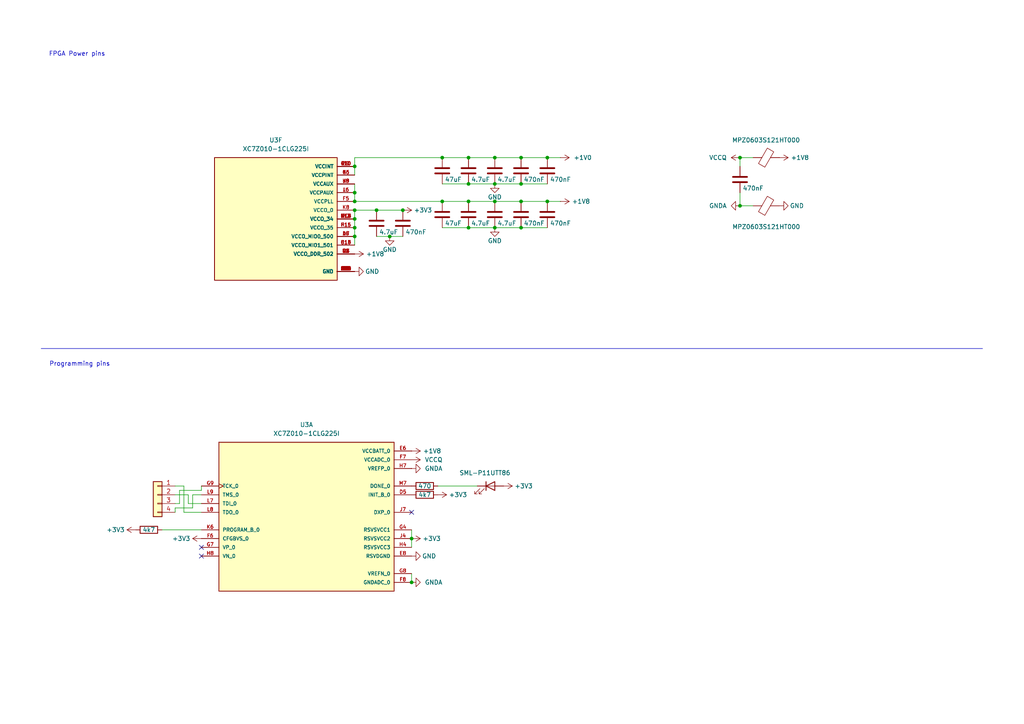
<source format=kicad_sch>
(kicad_sch (version 20231120) (generator "eeschema") (generator_version "8.0")
  (paper "A4")
  (lib_symbols
    (symbol "Connector_Generic:Conn_01x04" (pin_names (offset 1.016) hide)
      (property "Reference" "J" (at 0 5.08 0))
      (property "Value" "Conn_01x04" (at 0 -7.62 0))
      (symbol "Conn_01x04_1_1"
        (rectangle (start -1.27 -4.953) (end 0 -5.207) (stroke (width 0.1524)))
        (rectangle (start -1.27 -2.413) (end 0 -2.667) (stroke (width 0.1524)))
        (rectangle (start -1.27 0.127) (end 0 -0.127) (stroke (width 0.1524)))
        (rectangle (start -1.27 2.667) (end 0 2.413) (stroke (width 0.1524)))
        (rectangle (start -1.27 3.81) (end 1.27 -6.35) (stroke (width 0.254)) (fill (type background)))
        (pin passive line (at -5.08 2.54 0) (length 3.81) (name "Pin_1") (number "1"))
        (pin passive line (at -5.08 0 0) (length 3.81) (name "Pin_2") (number "2"))
        (pin passive line (at -5.08 -2.54 0) (length 3.81) (name "Pin_3") (number "3"))
        (pin passive line (at -5.08 -5.08 0) (length 3.81) (name "Pin_4") (number "4"))
      )
    )
    (symbol "Device:C" (pin_numbers hide) (pin_names (offset 0.254))
      (property "Reference" "C" (at 0.635 2.54 0))
      (property "Value" "C" (at 0.635 -2.54 0))
      (symbol "C_0_1"
        (polyline (pts (xy -2.032 -0.762) (xy 2.032 -0.762)) (stroke (width 0.508)))
        (polyline (pts (xy -2.032 0.762) (xy 2.032 0.762)) (stroke (width 0.508)))
      )
      (symbol "C_1_1"
        (pin passive line (at 0 3.81 270) (length 2.794) (name "~") (number "1"))
        (pin passive line (at 0 -3.81 90) (length 2.794) (name "~") (number "2"))
      )
    )
    (symbol "Device:FerriteBead" (pin_numbers hide) (pin_names (offset 0))
      (property "Reference" "FB" (at -3.81 0.635 90))
      (property "Value" "FerriteBead" (at 3.81 0 90))
      (symbol "FerriteBead_0_1"
        (polyline (pts (xy 0 -1.27) (xy 0 -1.2192)))
        (polyline (pts (xy 0 1.27) (xy 0 1.2954)))
        (polyline (pts (xy -2.7686 0.4064) (xy -1.7018 2.2606) (xy 2.7686 -0.3048) (xy 1.6764 -2.159) (xy -2.7686 0.4064)))
      )
      (symbol "FerriteBead_1_1"
        (pin passive line (at 0 3.81 270) (length 2.54) (name "~") (number "1"))
        (pin passive line (at 0 -3.81 90) (length 2.54) (name "~") (number "2"))
      )
    )
    (symbol "Device:LED" (pin_numbers hide) (pin_names (offset 1.016) hide)
      (property "Reference" "D" (at 0 2.54 0))
      (property "Value" "LED" (at 0 -2.54 0))
      (symbol "LED_0_1"
        (polyline (pts (xy -1.27 -1.27) (xy -1.27 1.27)) (stroke (width 0.254)))
        (polyline (pts (xy -1.27 0) (xy 1.27 0)))
        (polyline (pts (xy 1.27 -1.27) (xy 1.27 1.27) (xy -1.27 0) (xy 1.27 -1.27)) (stroke (width 0.254)))
        (polyline (pts (xy -3.048 -0.762) (xy -4.572 -2.286) (xy -3.81 -2.286) (xy -4.572 -2.286) (xy -4.572 -1.524)))
        (polyline (pts (xy -1.778 -0.762) (xy -3.302 -2.286) (xy -2.54 -2.286) (xy -3.302 -2.286) (xy -3.302 -1.524)))
      )
      (symbol "LED_1_1"
        (pin passive line (at -3.81 0 0) (length 2.54) (name "K") (number "1"))
        (pin passive line (at 3.81 0 180) (length 2.54) (name "A") (number "2"))
      )
    )
    (symbol "Device:R" (pin_numbers hide) (pin_names (offset 0))
      (property "Reference" "R" (at 2.032 0 90))
      (property "Value" "R" (at 0 0 90))
      (symbol "R_0_1"
        (rectangle (start -1.016 -2.54) (end 1.016 2.54) (stroke (width 0.254)))
      )
      (symbol "R_1_1"
        (pin passive line (at 0 3.81 270) (length 1.27) (name "~") (number "1"))
        (pin passive line (at 0 -3.81 90) (length 1.27) (name "~") (number "2"))
      )
    )
    (symbol "ESP32-PRO_Rev_B1:GND" (power) (pin_names (offset 0))
      (property "Value" "GND" (at 0 -3.81 0))
      (symbol "GND_0_1"
        (polyline (pts (xy 0 0) (xy 0 -1.27) (xy 1.27 -1.27) (xy 0 -2.54) (xy -1.27 -1.27) (xy 0 -1.27)))
      )
      (symbol "GND_1_1"
        (pin power_in line (at 0 0 270) (length 0) hide (name "GND") (number "1"))
      )
    )
    (symbol "Personal:XC7Z010-1CLG225I" (pin_names (offset 1.016))
      (property "Reference" "U" (at -25.5456 24.8201 0))
      (property "Value" "XC7Z010-1CLG225I" (at -25.5473 -24.1252 0))
      (symbol "XC7Z010-1CLG225I_1_0"
        (rectangle (start -25.4 -20.32) (end 25.4 22.86) (stroke (width 0.254)) (fill (type background)))
        (pin bidirectional line (at 30.48 7.62 180) (length 5.08) (name "INIT_B_0") (number "D5"))
        (pin power_in line (at 30.48 20.32 180) (length 5.08) (name "VCCBATT_0") (number "E6"))
        (pin passive line (at 30.48 -10.16 180) (length 5.08) (name "RSVDGND") (number "E8"))
        (pin input line (at -30.48 -5.08 0) (length 5.08) (name "CFGBVS_0") (number "F6"))
        (pin power_in line (at 30.48 17.78 180) (length 5.08) (name "VCCADC_0") (number "F7"))
        (pin power_in line (at 30.48 -17.78 180) (length 5.08) (name "GNDADC_0") (number "F8"))
        (pin passive line (at 30.48 -2.54 180) (length 5.08) (name "RSVSVCC1") (number "G4"))
        (pin input line (at -30.48 -7.62 0) (length 5.08) (name "VP_0") (number "G7"))
        (pin power_in line (at 30.48 -15.24 180) (length 5.08) (name "VREFN_0") (number "G8"))
        (pin input clock (at -30.48 10.16 0) (length 5.08) (name "TCK_0") (number "G9"))
        (pin passive line (at 30.48 -7.62 180) (length 5.08) (name "RSVSVCC3") (number "H4"))
        (pin power_in line (at 30.48 15.24 180) (length 5.08) (name "VREFP_0") (number "H7"))
        (pin input line (at -30.48 -10.16 0) (length 5.08) (name "VN_0") (number "H8"))
        (pin passive line (at 30.48 -5.08 180) (length 5.08) (name "RSVSVCC2") (number "J4"))
        (pin output line (at 30.48 2.54 180) (length 5.08) (name "DXP_0") (number "J7"))
        (pin input line (at -30.48 -2.54 0) (length 5.08) (name "PROGRAM_B_0") (number "K6"))
        (pin input line (at -30.48 5.08 0) (length 5.08) (name "TDI_0") (number "L7"))
        (pin output line (at -30.48 2.54 0) (length 5.08) (name "TDO_0") (number "L8"))
        (pin input line (at -30.48 7.62 0) (length 5.08) (name "TMS_0") (number "L9"))
        (pin bidirectional line (at 30.48 10.16 180) (length 5.08) (name "DONE_0") (number "M7"))
      )
      (symbol "XC7Z010-1CLG225I_2_0"
        (rectangle (start -27.94 -30.48) (end 27.94 33.02) (stroke (width 0.254)) (fill (type background)))
        (pin bidirectional line (at -33.02 30.48 0) (length 5.08) (name "IO_L1P_T0_34") (number "G11"))
        (pin bidirectional line (at -33.02 25.4 0) (length 5.08) (name "IO_L2P_T0_34") (number "G12"))
        (pin bidirectional line (at -33.02 20.32 0) (length 5.08) (name "IO_L3P_T0_DQS_PUDC_B_34") (number "G14"))
        (pin bidirectional line (at -33.02 5.08 0) (length 5.08) (name "IO_L6P_T0_34") (number "H11"))
        (pin bidirectional line (at -33.02 27.94 0) (length 5.08) (name "IO_L1N_T0_34") (number "H12"))
        (pin bidirectional line (at -33.02 22.86 0) (length 5.08) (name "IO_L2N_T0_34") (number "H13"))
        (pin bidirectional line (at -33.02 17.78 0) (length 5.08) (name "IO_L3N_T0_DQS_34") (number "H14"))
        (pin bidirectional line (at -33.02 2.54 0) (length 5.08) (name "IO_L6N_T0_VREF_34") (number "J11"))
        (pin bidirectional line (at -33.02 10.16 0) (length 5.08) (name "IO_L5P_T0_34") (number "J13"))
        (pin bidirectional line (at -33.02 7.62 0) (length 5.08) (name "IO_L5N_T0_34") (number "J14"))
        (pin bidirectional line (at -33.02 15.24 0) (length 5.08) (name "IO_L4P_T0_34") (number "J15"))
        (pin bidirectional line (at -33.02 -20.32 0) (length 5.08) (name "IO_L11P_T1_SRCC_34") (number "K11"))
        (pin bidirectional line (at -33.02 -22.86 0) (length 5.08) (name "IO_L11N_T1_SRCC_34") (number "K12"))
        (pin bidirectional line (at -33.02 -15.24 0) (length 5.08) (name "IO_L10P_T1_34") (number "K13"))
        (pin bidirectional line (at -33.02 12.7 0) (length 5.08) (name "IO_L4N_T0_34") (number "K15"))
        (pin bidirectional line (at -33.02 -25.4 0) (length 5.08) (name "IO_L12P_T1_MRCC_34") (number "L12"))
        (pin bidirectional line (at -33.02 -17.78 0) (length 5.08) (name "IO_L10N_T1_34") (number "L13"))
        (pin bidirectional line (at -33.02 -10.16 0) (length 5.08) (name "IO_L9P_T1_DQS_34") (number "L14"))
        (pin bidirectional line (at -33.02 -5.08 0) (length 5.08) (name "IO_L8P_T1_34") (number "L15"))
        (pin bidirectional line (at 33.02 -5.08 180) (length 5.08) (name "IO_L21P_T3_DQS_34") (number "M10"))
        (pin bidirectional line (at 33.02 -7.62 180) (length 5.08) (name "IO_L21N_T3_DQS_34") (number "M11"))
        (pin bidirectional line (at -33.02 -27.94 0) (length 5.08) (name "IO_L12N_T1_MRCC_34") (number "M12"))
        (pin bidirectional line (at -33.02 -12.7 0) (length 5.08) (name "IO_L9N_T1_DQS_34") (number "M14"))
        (pin bidirectional line (at -33.02 -7.62 0) (length 5.08) (name "IO_L8N_T1_34") (number "M15"))
        (pin bidirectional line (at 33.02 5.08 180) (length 5.08) (name "IO_L19P_T3_34") (number "M9"))
        (pin bidirectional line (at 33.02 30.48 180) (length 5.08) (name "IO_L13P_T2_MRCC_34") (number "N11"))
        (pin bidirectional line (at 33.02 27.94 180) (length 5.08) (name "IO_L13N_T2_MRCC_34") (number "N12"))
        (pin bidirectional line (at -33.02 0 0) (length 5.08) (name "IO_L7P_T1_34") (number "N13"))
        (pin bidirectional line (at -33.02 -2.54 0) (length 5.08) (name "IO_L7N_T1_34") (number "N14"))
        (pin bidirectional line (at 33.02 -10.16 180) (length 5.08) (name "IO_L22P_T3_34") (number "N7"))
        (pin bidirectional line (at 33.02 -12.7 180) (length 5.08) (name "IO_L22N_T3_34") (number "N8"))
        (pin bidirectional line (at 33.02 2.54 180) (length 5.08) (name "IO_L19N_T3_VREF_34") (number "N9"))
        (pin bidirectional line (at 33.02 -20.32 180) (length 5.08) (name "IO_L24P_T3_34") (number "P10"))
        (pin bidirectional line (at 33.02 20.32 180) (length 5.08) (name "IO_L16P_T2_34") (number "P11"))
        (pin bidirectional line (at 33.02 10.16 180) (length 5.08) (name "IO_L18P_T2_34") (number "P13"))
        (pin bidirectional line (at 33.02 7.62 180) (length 5.08) (name "IO_L18N_T2_34") (number "P14"))
        (pin bidirectional line (at 33.02 25.4 180) (length 5.08) (name "IO_L15P_T2_DQS_34") (number "P15"))
        (pin bidirectional line (at 33.02 -15.24 180) (length 5.08) (name "IO_L23P_T3_34") (number "P8"))
        (pin bidirectional line (at 33.02 -17.78 180) (length 5.08) (name "IO_L23N_T3_34") (number "P9"))
        (pin bidirectional line (at 33.02 -22.86 180) (length 5.08) (name "IO_L24N_T3_34") (number "R10"))
        (pin bidirectional line (at 33.02 17.78 180) (length 5.08) (name "IO_L16N_T2_34") (number "R11"))
        (pin bidirectional line (at 33.02 15.24 180) (length 5.08) (name "IO_L17P_T2_34") (number "R12"))
        (pin bidirectional line (at 33.02 12.7 180) (length 5.08) (name "IO_L17N_T2_34") (number "R13"))
        (pin bidirectional line (at 33.02 22.86 180) (length 5.08) (name "IO_L15N_T2_DQS_34") (number "R15"))
        (pin bidirectional line (at 33.02 0 180) (length 5.08) (name "IO_L20P_T3_34") (number "R7"))
        (pin bidirectional line (at 33.02 -2.54 180) (length 5.08) (name "IO_L20N_T3_34") (number "R8"))
      )
      (symbol "XC7Z010-1CLG225I_3_0"
        (rectangle (start -22.86 -10.16) (end 22.86 12.7) (stroke (width 0.254)) (fill (type background)))
        (pin bidirectional line (at -27.94 5.08 0) (length 5.08) (name "IO_L2P_T0_AD8P_35") (number "E11"))
        (pin bidirectional line (at -27.94 2.54 0) (length 5.08) (name "IO_L2N_T0_AD8N_35") (number "E12"))
        (pin bidirectional line (at -27.94 7.62 0) (length 5.08) (name "IO_L1N_T0_AD0N_35") (number "E13"))
        (pin bidirectional line (at -27.94 10.16 0) (length 5.08) (name "IO_L1P_T0_AD0P_35") (number "F12"))
        (pin bidirectional line (at -27.94 0 0) (length 5.08) (name "IO_L3P_T0_DQS_AD1P_35") (number "F13"))
        (pin bidirectional line (at -27.94 -2.54 0) (length 5.08) (name "IO_L3N_T0_DQS_AD1N_35") (number "F14"))
        (pin bidirectional line (at -27.94 -7.62 0) (length 5.08) (name "IO_L5N_T0_AD9N_35") (number "F15"))
        (pin bidirectional line (at -27.94 -5.08 0) (length 5.08) (name "IO_L5P_T0_AD9P_35") (number "G15"))
      )
      (symbol "XC7Z010-1CLG225I_4_0"
        (rectangle (start -22.86 -25.4) (end 22.86 25.4) (stroke (width 0.254)) (fill (type background)))
        (pin bidirectional line (at -27.94 0 0) (length 5.08) (name "PS_MIO6_500") (number "A10"))
        (pin bidirectional line (at 27.94 -20.32 180) (length 5.08) (name "PS_MIO52_501") (number "A12"))
        (pin bidirectional line (at 27.94 -10.16 180) (length 5.08) (name "PS_MIO38_501") (number "A13"))
        (pin bidirectional line (at 27.94 -2.54 180) (length 5.08) (name "PS_MIO35_501") (number "A14"))
        (pin bidirectional line (at 27.94 15.24 180) (length 5.08) (name "PS_MIO28_501") (number "A15"))
        (pin bidirectional line (at -27.94 12.7 0) (length 5.08) (name "PS_MIO1_500") (number "A5"))
        (pin bidirectional line (at -27.94 7.62 0) (length 5.08) (name "PS_MIO3_500") (number "A7"))
        (pin bidirectional line (at -27.94 10.16 0) (length 5.08) (name "PS_MIO2_500") (number "A8"))
        (pin bidirectional line (at -27.94 2.54 0) (length 5.08) (name "PS_MIO5_500") (number "A9"))
        (pin bidirectional line (at -27.94 -12.7 0) (length 5.08) (name "PS_MIO11_500") (number "B10"))
        (pin input line (at 27.94 20.32 180) (length 5.08) (name "PS_SRST_B_501") (number "B11"))
        (pin bidirectional line (at 27.94 -15.24 180) (length 5.08) (name "PS_MIO48_501") (number "B12"))
        (pin bidirectional line (at 27.94 -5.08 180) (length 5.08) (name "PS_MIO36_501") (number "B14"))
        (pin bidirectional line (at 27.94 10.16 180) (length 5.08) (name "PS_MIO30_501") (number "B15"))
        (pin bidirectional line (at -27.94 -7.62 0) (length 5.08) (name "PS_MIO9_500") (number "B5"))
        (pin bidirectional line (at -27.94 -5.08 0) (length 5.08) (name "PS_MIO8_500") (number "B6"))
        (pin bidirectional line (at -27.94 -15.24 0) (length 5.08) (name "PS_MIO12_500") (number "B7"))
        (pin bidirectional line (at -27.94 -20.32 0) (length 5.08) (name "PS_MIO14_500") (number "B9"))
        (pin bidirectional line (at 27.94 2.54 180) (length 5.08) (name "PS_MIO33_501") (number "C11"))
        (pin bidirectional line (at 27.94 7.62 180) (length 5.08) (name "PS_MIO31_501") (number "C12"))
        (pin bidirectional line (at 27.94 -22.86 180) (length 5.08) (name "PS_MIO53_501") (number "C13"))
        (pin bidirectional line (at 27.94 -7.62 180) (length 5.08) (name "PS_MIO37_501") (number "C14"))
        (pin bidirectional line (at -27.94 -17.78 0) (length 5.08) (name "PS_MIO13_500") (number "C6"))
        (pin input clock (at -27.94 22.86 0) (length 5.08) (name "PS_CLK_500") (number "C7"))
        (pin bidirectional line (at -27.94 5.08 0) (length 5.08) (name "PS_MIO4_500") (number "C8"))
        (pin input line (at -27.94 20.32 0) (length 5.08) (name "PS_POR_B_500") (number "C9"))
        (pin bidirectional line (at -27.94 -22.86 0) (length 5.08) (name "PS_MIO15_500") (number "D10"))
        (pin bidirectional line (at 27.94 12.7 180) (length 5.08) (name "PS_MIO29_501") (number "D11"))
        (pin bidirectional line (at 27.94 -17.78 180) (length 5.08) (name "PS_MIO49_501") (number "D13"))
        (pin bidirectional line (at 27.94 -12.7 180) (length 5.08) (name "PS_MIO39_501") (number "D14"))
        (pin bidirectional line (at 27.94 0 180) (length 5.08) (name "PS_MIO34_501") (number "D15"))
        (pin bidirectional line (at -27.94 -10.16 0) (length 5.08) (name "PS_MIO10_500") (number "D6"))
        (pin bidirectional line (at -27.94 15.24 0) (length 5.08) (name "PS_MIO0_500") (number "D8"))
        (pin bidirectional line (at -27.94 -2.54 0) (length 5.08) (name "PS_MIO7_500") (number "D9"))
        (pin bidirectional line (at 27.94 5.08 180) (length 5.08) (name "PS_MIO32_501") (number "E15"))
      )
      (symbol "XC7Z010-1CLG225I_5_0"
        (rectangle (start -27.94 -43.18) (end 27.94 43.18) (stroke (width 0.254)) (fill (type background)))
        (pin bidirectional line (at -33.02 38.1 0) (length 5.08) (name "PS_DDR_DQ1_502") (number "A2"))
        (pin bidirectional line (at -33.02 22.86 0) (length 5.08) (name "PS_DDR_DQ7_502") (number "A3"))
        (pin bidirectional line (at -33.02 27.94 0) (length 5.08) (name "PS_DDR_DQ5_502") (number "A4"))
        (pin output line (at 33.02 -2.54 180) (length 5.08) (name "PS_DDR_DM0_502") (number "B1"))
        (pin bidirectional line (at -33.02 -2.54 0) (length 5.08) (name "PS_DDR_DQS_N0_502") (number "B2"))
        (pin bidirectional line (at -33.02 30.48 0) (length 5.08) (name "PS_DDR_DQ4_502") (number "B4"))
        (pin bidirectional line (at -33.02 33.02 0) (length 5.08) (name "PS_DDR_DQ3_502") (number "C1"))
        (pin bidirectional line (at -33.02 0 0) (length 5.08) (name "PS_DDR_DQS_P0_502") (number "C2"))
        (pin bidirectional line (at -33.02 25.4 0) (length 5.08) (name "PS_DDR_DQ6_502") (number "C3"))
        (pin bidirectional line (at -33.02 35.56 0) (length 5.08) (name "PS_DDR_DQ2_502") (number "C4"))
        (pin bidirectional line (at -33.02 17.78 0) (length 5.08) (name "PS_DDR_DQ9_502") (number "D1"))
        (pin output line (at 33.02 -5.08 180) (length 5.08) (name "PS_DDR_DM1_502") (number "D3"))
        (pin bidirectional line (at -33.02 40.64 0) (length 5.08) (name "PS_DDR_DQ0_502") (number "D4"))
        (pin bidirectional line (at -33.02 20.32 0) (length 5.08) (name "PS_DDR_DQ8_502") (number "E1"))
        (pin bidirectional line (at -33.02 15.24 0) (length 5.08) (name "PS_DDR_DQ10_502") (number "E2"))
        (pin bidirectional line (at -33.02 12.7 0) (length 5.08) (name "PS_DDR_DQ11_502") (number "E3"))
        (pin bidirectional line (at -33.02 -7.62 0) (length 5.08) (name "PS_DDR_DQS_N1_502") (number "F2"))
        (pin bidirectional line (at -33.02 10.16 0) (length 5.08) (name "PS_DDR_DQ12_502") (number "F3"))
        (pin power_in line (at 33.02 40.64 180) (length 5.08) (name "PS_DDR_VREF0_502") (number "F4"))
        (pin bidirectional line (at -33.02 7.62 0) (length 5.08) (name "PS_DDR_DQ13_502") (number "G1"))
        (pin bidirectional line (at -33.02 -5.08 0) (length 5.08) (name "PS_DDR_DQS_P1_502") (number "G2"))
        (pin bidirectional line (at -33.02 5.08 0) (length 5.08) (name "PS_DDR_DQ14_502") (number "H1"))
        (pin bidirectional line (at -33.02 2.54 0) (length 5.08) (name "PS_DDR_DQ15_502") (number "H2"))
        (pin output line (at 33.02 -38.1 180) (length 5.08) (name "PS_DDR_VRP_502") (number "H3"))
        (pin output line (at 33.02 10.16 180) (length 5.08) (name "PS_DDR_A10_502") (number "J1"))
        (pin output line (at 33.02 -40.64 180) (length 5.08) (name "PS_DDR_VRN_502") (number "J3"))
        (pin output line (at 33.02 0 180) (length 5.08) (name "PS_DDR_A14_502") (number "K1"))
        (pin output line (at 33.02 2.54 180) (length 5.08) (name "PS_DDR_A13_502") (number "K2"))
        (pin output line (at 33.02 -25.4 180) (length 5.08) (name "PS_DDR_ODT_502") (number "K3"))
        (pin output line (at 33.02 7.62 180) (length 5.08) (name "PS_DDR_A11_502") (number "L2"))
        (pin output line (at 33.02 -20.32 180) (length 5.08) (name "PS_DDR_CKE_502") (number "L3"))
        (pin output line (at 33.02 -22.86 180) (length 5.08) (name "PS_DDR_DRST_B_502") (number "L4"))
        (pin output line (at 33.02 30.48 180) (length 5.08) (name "PS_DDR_A2_502") (number "M1"))
        (pin output line (at 33.02 5.08 180) (length 5.08) (name "PS_DDR_A12_502") (number "M2"))
        (pin output line (at 33.02 27.94 180) (length 5.08) (name "PS_DDR_A3_502") (number "M4"))
        (pin output line (at 33.02 17.78 180) (length 5.08) (name "PS_DDR_A7_502") (number "M5"))
        (pin output line (at 33.02 -7.62 180) (length 5.08) (name "PS_DDR_BA0_502") (number "M6"))
        (pin output line (at 33.02 33.02 180) (length 5.08) (name "PS_DDR_A1_502") (number "N1"))
        (pin output clock (at 33.02 -17.78 180) (length 5.08) (name "PS_DDR_CKN_502") (number "N2"))
        (pin output clock (at 33.02 -15.24 180) (length 5.08) (name "PS_DDR_CKP_502") (number "N3"))
        (pin output line (at 33.02 12.7 180) (length 5.08) (name "PS_DDR_A9_502") (number "N4"))
        (pin output line (at 33.02 -12.7 180) (length 5.08) (name "PS_DDR_BA2_502") (number "N6"))
        (pin output line (at 33.02 35.56 180) (length 5.08) (name "PS_DDR_A0_502") (number "P1"))
        (pin output line (at 33.02 25.4 180) (length 5.08) (name "PS_DDR_A4_502") (number "P3"))
        (pin output line (at 33.02 22.86 180) (length 5.08) (name "PS_DDR_A5_502") (number "P4"))
        (pin output line (at 33.02 20.32 180) (length 5.08) (name "PS_DDR_A6_502") (number "P5"))
        (pin output line (at 33.02 15.24 180) (length 5.08) (name "PS_DDR_A8_502") (number "P6"))
        (pin output line (at 33.02 -10.16 180) (length 5.08) (name "PS_DDR_BA1_502") (number "R1"))
        (pin output line (at 33.02 -27.94 180) (length 5.08) (name "PS_DDR_CS_B_502") (number "R2"))
        (pin output line (at 33.02 -30.48 180) (length 5.08) (name "PS_DDR_WE_B_502") (number "R3"))
        (pin output line (at 33.02 -33.02 180) (length 5.08) (name "PS_DDR_CAS_B_502") (number "R5"))
        (pin output line (at 33.02 -35.56 180) (length 5.08) (name "PS_DDR_RAS_B_502") (number "R6"))
      )
      (symbol "XC7Z010-1CLG225I_6_0"
        (rectangle (start -17.78 -17.78) (end 17.78 17.78) (stroke (width 0.254)) (fill (type background)))
        (pin power_in line (at 22.86 -15.24 180) (length 5.08) (name "GND") (number "A1"))
        (pin power_in line (at 22.86 -15.24 180) (length 5.08) (name "GND") (number "A11"))
        (pin power_in line (at 22.86 -5.08 180) (length 5.08) (name "VCCO_MIO0_500") (number "A6"))
        (pin power_in line (at 22.86 -7.62 180) (length 5.08) (name "VCCO_MIO1_501") (number "B13"))
        (pin power_in line (at 22.86 -10.16 180) (length 5.08) (name "VCCO_DDR_502") (number "B3"))
        (pin power_in line (at 22.86 -15.24 180) (length 5.08) (name "GND") (number "B8"))
        (pin power_in line (at 22.86 -7.62 180) (length 5.08) (name "VCCO_MIO1_501") (number "C10"))
        (pin power_in line (at 22.86 -15.24 180) (length 5.08) (name "GND") (number "C15"))
        (pin power_in line (at 22.86 -15.24 180) (length 5.08) (name "GND") (number "C5"))
        (pin power_in line (at 22.86 -15.24 180) (length 5.08) (name "GND") (number "D12"))
        (pin power_in line (at 22.86 -15.24 180) (length 5.08) (name "GND") (number "D2"))
        (pin power_in line (at 22.86 -5.08 180) (length 5.08) (name "VCCO_MIO0_500") (number "D7"))
        (pin power_in line (at 22.86 15.24 180) (length 5.08) (name "VCCINT") (number "E10"))
        (pin power_in line (at 22.86 -7.62 180) (length 5.08) (name "VCCO_MIO1_501") (number "E14"))
        (pin power_in line (at 22.86 -10.16 180) (length 5.08) (name "VCCO_DDR_502") (number "E4"))
        (pin power_in line (at 22.86 -15.24 180) (length 5.08) (name "GND") (number "E5"))
        (pin power_in line (at 22.86 -15.24 180) (length 5.08) (name "GND") (number "E7"))
        (pin power_in line (at 22.86 -15.24 180) (length 5.08) (name "GND") (number "E9"))
        (pin power_in line (at 22.86 -10.16 180) (length 5.08) (name "VCCO_DDR_502") (number "F1"))
        (pin power_in line (at 22.86 -15.24 180) (length 5.08) (name "GND") (number "F10"))
        (pin power_in line (at 22.86 -2.54 180) (length 5.08) (name "VCCO_35") (number "F11"))
        (pin power_in line (at 22.86 5.08 180) (length 5.08) (name "VCCPLL") (number "F5"))
        (pin power_in line (at 22.86 15.24 180) (length 5.08) (name "VCCINT") (number "F9"))
        (pin power_in line (at 22.86 15.24 180) (length 5.08) (name "VCCINT") (number "G10"))
        (pin power_in line (at 22.86 -15.24 180) (length 5.08) (name "GND") (number "G13"))
        (pin power_in line (at 22.86 -15.24 180) (length 5.08) (name "GND") (number "G3"))
        (pin power_in line (at 22.86 -15.24 180) (length 5.08) (name "GND") (number "G5"))
        (pin power_in line (at 22.86 12.7 180) (length 5.08) (name "VCCPINT") (number "G6"))
        (pin power_in line (at 22.86 -15.24 180) (length 5.08) (name "GND") (number "H10"))
        (pin power_in line (at 22.86 -2.54 180) (length 5.08) (name "VCCO_35") (number "H15"))
        (pin power_in line (at 22.86 12.7 180) (length 5.08) (name "VCCPINT") (number "H5"))
        (pin power_in line (at 22.86 -15.24 180) (length 5.08) (name "GND") (number "H6"))
        (pin power_in line (at 22.86 10.16 180) (length 5.08) (name "VCCAUX") (number "H9"))
        (pin power_in line (at 22.86 15.24 180) (length 5.08) (name "VCCINT") (number "J10"))
        (pin power_in line (at 22.86 0 180) (length 5.08) (name "VCCO_34") (number "J12"))
        (pin power_in line (at 22.86 -10.16 180) (length 5.08) (name "VCCO_DDR_502") (number "J2"))
        (pin power_in line (at 22.86 -15.24 180) (length 5.08) (name "GND") (number "J5"))
        (pin power_in line (at 22.86 7.62 180) (length 5.08) (name "VCCPAUX") (number "J6"))
        (pin power_in line (at 22.86 10.16 180) (length 5.08) (name "VCCAUX") (number "J8"))
        (pin power_in line (at 22.86 -15.24 180) (length 5.08) (name "GND") (number "J9"))
        (pin power_in line (at 22.86 -15.24 180) (length 5.08) (name "GND") (number "K10"))
        (pin power_in line (at 22.86 -15.24 180) (length 5.08) (name "GND") (number "K14"))
        (pin power_in line (at 22.86 -15.24 180) (length 5.08) (name "GND") (number "K4"))
        (pin power_in line (at 22.86 12.7 180) (length 5.08) (name "VCCPINT") (number "K5"))
        (pin power_in line (at 22.86 -15.24 180) (length 5.08) (name "GND") (number "K7"))
        (pin power_in line (at 22.86 2.54 180) (length 5.08) (name "VCCO_0") (number "K8"))
        (pin power_in line (at 22.86 10.16 180) (length 5.08) (name "VCCAUX") (number "K9"))
        (pin power_in line (at 22.86 -15.24 180) (length 5.08) (name "GND") (number "L1"))
        (pin power_in line (at 22.86 15.24 180) (length 5.08) (name "VCCINT") (number "L10"))
        (pin power_in line (at 22.86 -15.24 180) (length 5.08) (name "GND") (number "L11"))
        (pin power_in line (at 22.86 -15.24 180) (length 5.08) (name "GND") (number "L5"))
        (pin power_in line (at 22.86 7.62 180) (length 5.08) (name "VCCPAUX") (number "L6"))
        (pin power_in line (at 22.86 0 180) (length 5.08) (name "VCCO_34") (number "M13"))
        (pin power_in line (at 22.86 -10.16 180) (length 5.08) (name "VCCO_DDR_502") (number "M3"))
        (pin power_in line (at 22.86 -15.24 180) (length 5.08) (name "GND") (number "M8"))
        (pin power_in line (at 22.86 0 180) (length 5.08) (name "VCCO_34") (number "N10"))
        (pin power_in line (at 22.86 -15.24 180) (length 5.08) (name "GND") (number "N15"))
        (pin power_in line (at 22.86 -15.24 180) (length 5.08) (name "GND") (number "N5"))
        (pin power_in line (at 22.86 -15.24 180) (length 5.08) (name "GND") (number "P12"))
        (pin power_in line (at 22.86 -15.24 180) (length 5.08) (name "GND") (number "P2"))
        (pin power_in line (at 22.86 0 180) (length 5.08) (name "VCCO_34") (number "P7"))
        (pin power_in line (at 22.86 0 180) (length 5.08) (name "VCCO_34") (number "R14"))
        (pin power_in line (at 22.86 -10.16 180) (length 5.08) (name "VCCO_DDR_502") (number "R4"))
        (pin power_in line (at 22.86 -15.24 180) (length 5.08) (name "GND") (number "R9"))
      )
    )
    (symbol "power:+1V0" (power) (pin_numbers hide) (pin_names (offset 0) hide)
      (property "Value" "+1V0" (at 0 3.556 0))
      (symbol "+1V0_0_1"
        (polyline (pts (xy -0.762 1.27) (xy 0 2.54)))
        (polyline (pts (xy 0 0) (xy 0 2.54)))
        (polyline (pts (xy 0 2.54) (xy 0.762 1.27)))
      )
      (symbol "+1V0_1_1"
        (pin power_in line (at 0 0 90) (length 0) (name "~") (number "1"))
      )
    )
    (symbol "power:+1V8" (power) (pin_numbers hide) (pin_names (offset 0) hide)
      (property "Value" "+1V8" (at 0 3.556 0))
      (symbol "+1V8_0_1"
        (polyline (pts (xy -0.762 1.27) (xy 0 2.54)))
        (polyline (pts (xy 0 0) (xy 0 2.54)))
        (polyline (pts (xy 0 2.54) (xy 0.762 1.27)))
      )
      (symbol "+1V8_1_1"
        (pin power_in line (at 0 0 90) (length 0) (name "~") (number "1"))
      )
    )
    (symbol "power:+3V3" (power) (pin_names (offset 0))
      (property "Value" "+3V3" (at 0 3.556 0))
      (symbol "+3V3_0_1"
        (polyline (pts (xy -0.762 1.27) (xy 0 2.54)))
        (polyline (pts (xy 0 0) (xy 0 2.54)))
        (polyline (pts (xy 0 2.54) (xy 0.762 1.27)))
      )
      (symbol "+3V3_1_1"
        (pin power_in line (at 0 0 90) (length 0) hide (name "+3V3") (number "1"))
      )
    )
    (symbol "power:GNDA" (power) (pin_numbers hide) (pin_names (offset 0) hide)
      (property "Value" "GNDA" (at 0 -3.81 0))
      (symbol "GNDA_0_1"
        (polyline (pts (xy 0 0) (xy 0 -1.27) (xy 1.27 -1.27) (xy 0 -2.54) (xy -1.27 -1.27) (xy 0 -1.27)))
      )
      (symbol "GNDA_1_1"
        (pin power_in line (at 0 0 270) (length 0) (name "~") (number "1"))
      )
    )
    (symbol "power:VCCQ" (power) (pin_numbers hide) (pin_names (offset 0) hide)
      (property "Value" "VCCQ" (at 0 3.556 0))
      (symbol "VCCQ_0_1"
        (polyline (pts (xy -0.762 1.27) (xy 0 2.54)))
        (polyline (pts (xy 0 0) (xy 0 2.54)))
        (polyline (pts (xy 0 2.54) (xy 0.762 1.27)))
      )
      (symbol "VCCQ_1_1"
        (pin power_in line (at 0 0 90) (length 0) (name "~") (number "1"))
      )
    )
  )
  (junction (at 214.63 59.69))
  (junction (at 113.03 68.58))
  (junction (at 151.13 45.72))
  (junction (at 158.75 45.72))
  (junction (at 102.87 48.26))
  (junction (at 135.89 45.72))
  (junction (at 102.87 68.58))
  (junction (at 158.75 58.42))
  (junction (at 135.89 66.04))
  (junction (at 143.51 53.34))
  (junction (at 102.87 55.88))
  (junction (at 135.89 53.34))
  (junction (at 102.87 66.04))
  (junction (at 143.51 58.42))
  (junction (at 151.13 58.42))
  (junction (at 102.87 63.5))
  (junction (at 109.22 60.96))
  (junction (at 214.63 45.72))
  (junction (at 151.13 53.34))
  (junction (at 116.84 60.96))
  (junction (at 119.38 168.91))
  (junction (at 102.87 58.42))
  (junction (at 128.27 58.42))
  (junction (at 143.51 66.04))
  (junction (at 128.27 45.72))
  (junction (at 135.89 58.42))
  (junction (at 151.13 66.04))
  (junction (at 102.87 60.96))
  (junction (at 143.51 45.72))
  (junction (at 119.38 156.21))
  (no_connect (at 58.42 158.75))
  (no_connect (at 58.42 161.29))
  (no_connect (at 119.38 148.59))
  (wire (pts (xy 128.27 53.34) (xy 135.89 53.34)))
  (wire (pts (xy 119.38 166.37) (xy 119.38 168.91)))
  (wire (pts (xy 50.8 147.32) (xy 50.8 148.59)))
  (wire (pts (xy 109.22 60.96) (xy 116.84 60.96)))
  (wire (pts (xy 119.38 156.21) (xy 119.38 158.75)))
  (wire (pts (xy 214.63 48.26) (xy 214.63 45.72)))
  (wire (pts (xy 102.87 45.72) (xy 102.87 48.26)))
  (wire (pts (xy 151.13 58.42) (xy 158.75 58.42)))
  (wire (pts (xy 55.88 147.32) (xy 55.88 143.51)))
  (wire (pts (xy 102.87 48.26) (xy 102.87 50.8)))
  (wire (pts (xy 102.87 60.96) (xy 109.22 60.96)))
  (wire (pts (xy 50.8 147.32) (xy 55.88 147.32)))
  (wire (pts (xy 158.75 58.42) (xy 162.56 58.42)))
  (wire (pts (xy 46.99 153.67) (xy 58.42 153.67)))
  (polyline (pts (xy 11.938 101.092) (xy 284.988 101.092)))
  (wire (pts (xy 58.42 142.24) (xy 58.42 140.97)))
  (wire (pts (xy 135.89 45.72) (xy 143.51 45.72)))
  (wire (pts (xy 135.89 45.72) (xy 128.27 45.72)))
  (wire (pts (xy 143.51 45.72) (xy 151.13 45.72)))
  (wire (pts (xy 135.89 66.04) (xy 143.51 66.04)))
  (wire (pts (xy 102.87 58.42) (xy 128.27 58.42)))
  (wire (pts (xy 55.88 143.51) (xy 58.42 143.51)))
  (wire (pts (xy 52.07 142.24) (xy 58.42 142.24)))
  (wire (pts (xy 109.22 68.58) (xy 113.03 68.58)))
  (wire (pts (xy 113.03 68.58) (xy 116.84 68.58)))
  (wire (pts (xy 102.87 68.58) (xy 102.87 71.12)))
  (wire (pts (xy 143.51 53.34) (xy 151.13 53.34)))
  (wire (pts (xy 151.13 66.04) (xy 158.75 66.04)))
  (wire (pts (xy 135.89 53.34) (xy 143.51 53.34)))
  (wire (pts (xy 158.75 45.72) (xy 162.56 45.72)))
  (wire (pts (xy 53.34 148.59) (xy 58.42 148.59)))
  (wire (pts (xy 54.61 143.51) (xy 50.8 143.51)))
  (wire (pts (xy 102.87 45.72) (xy 128.27 45.72)))
  (wire (pts (xy 151.13 53.34) (xy 158.75 53.34)))
  (wire (pts (xy 135.89 58.42) (xy 143.51 58.42)))
  (wire (pts (xy 58.42 146.05) (xy 54.61 146.05)))
  (wire (pts (xy 128.27 66.04) (xy 135.89 66.04)))
  (wire (pts (xy 102.87 63.5) (xy 102.87 66.04)))
  (wire (pts (xy 135.89 58.42) (xy 128.27 58.42)))
  (wire (pts (xy 143.51 58.42) (xy 151.13 58.42)))
  (wire (pts (xy 50.8 146.05) (xy 52.07 146.05)))
  (wire (pts (xy 218.44 59.69) (xy 214.63 59.69)))
  (wire (pts (xy 214.63 59.69) (xy 214.63 55.88)))
  (wire (pts (xy 50.8 140.97) (xy 53.34 140.97)))
  (wire (pts (xy 119.38 153.67) (xy 119.38 156.21)))
  (wire (pts (xy 102.87 53.34) (xy 102.87 55.88)))
  (wire (pts (xy 138.43 140.97) (xy 127 140.97)))
  (wire (pts (xy 53.34 140.97) (xy 53.34 148.59)))
  (wire (pts (xy 54.61 146.05) (xy 54.61 143.51)))
  (wire (pts (xy 52.07 146.05) (xy 52.07 142.24)))
  (wire (pts (xy 151.13 45.72) (xy 158.75 45.72)))
  (wire (pts (xy 214.63 45.72) (xy 218.44 45.72)))
  (wire (pts (xy 102.87 66.04) (xy 102.87 68.58)))
  (wire (pts (xy 102.87 55.88) (xy 102.87 58.42)))
  (wire (pts (xy 143.51 66.04) (xy 151.13 66.04)))
  (wire (pts (xy 102.87 60.96) (xy 102.87 63.5)))
  (text "Programming pins" (at 23.114 105.664 0) (effects (font (size 1.27 1.27))))
  (text "FPGA Power pins" (at 22.352 15.748 0) (effects (font (size 1.27 1.27))))
  (symbol (lib_id "ESP32-PRO_Rev_B1:GND") (at 113.03 68.58 0) (unit 1)
    (property "Reference" "#PWR034" (effects (hide yes)))
    (property "Value" "GND" (at 113.03 72.39 0))
  )
  (symbol (lib_id "Device:R") (at 123.19 140.97 270) (unit 1)
    (property "Reference" "R13" (effects (hide yes)))
    (property "Value" "470" (at 123.19 140.97 90))
    (property "Footprint" "Capacitor_SMD:C_0201_0603Metric" (effects (hide yes)))
    (property "Description" "Resistor" (effects (hide yes)))
  )
  (symbol (lib_id "power:+1V8") (at 162.56 58.42 270) (unit 1)
    (property "Reference" "#PWR035" (effects (hide yes)))
    (property "Value" "+1V8" (at 165.862 58.42 90) (effects (justify left)))
    (property "Description" "Power symbol creates a global label with name \"+1V8\"" (effects (hide yes)))
  )
  (symbol (lib_id "Device:LED") (at 142.24 140.97 0) (unit 1)
    (property "Reference" "D1" (effects (hide yes)))
    (property "Value" "SML-P11UTT86" (at 140.6525 137.16 0))
    (property "Footprint" "LED_SMD:LED_0402_1005Metric" (effects (hide yes)))
    (property "Description" "Light emitting diode" (effects (hide yes)))
  )
  (symbol (lib_id "Device:C") (at 143.51 49.53 0) (unit 1)
    (property "Reference" "C21" (effects (hide yes)))
    (property "Value" "4.7uF" (at 144.272 52.07 0) (effects (justify left)))
    (property "Footprint" "Capacitor_SMD:C_0201_0603Metric" (effects (hide yes)))
    (property "Description" "Unpolarized capacitor" (effects (hide yes)))
  )
  (symbol (lib_id "ESP32-PRO_Rev_B1:GND") (at 102.87 78.74 90) (unit 1)
    (property "Reference" "#PWR039" (effects (hide yes)))
    (property "Value" "GND" (at 107.95 78.74 90))
  )
  (symbol (lib_id "power:+1V8") (at 102.87 73.66 270) (unit 1)
    (property "Reference" "#PWR038" (effects (hide yes)))
    (property "Value" "+1V8" (at 106.172 73.66 90) (effects (justify left)))
    (property "Description" "Power symbol creates a global label with name \"+1V8\"" (effects (hide yes)))
  )
  (symbol (lib_id "power:+3V3") (at 119.38 156.21 270) (unit 1)
    (property "Reference" "#PWR047" (effects (hide yes)))
    (property "Value" "+3V3" (at 125.222 156.21 90))
  )
  (symbol (lib_id "power:GNDA") (at 119.38 168.91 90) (mirror x) (unit 1)
    (property "Reference" "#PWR044" (effects (hide yes)))
    (property "Value" "GNDA" (at 123.19 168.9099 90) (effects (justify right)))
    (property "Description" "Power symbol creates a global label with name \"GNDA\" , analog ground" (effects (hide yes)))
  )
  (symbol (lib_id "power:+3V3") (at 58.42 156.21 90) (mirror x) (unit 1)
    (property "Reference" "#PWR049" (effects (hide yes)))
    (property "Value" "+3V3" (at 52.578 156.21 90))
  )
  (symbol (lib_id "Device:C") (at 135.89 49.53 0) (unit 1)
    (property "Reference" "C20" (effects (hide yes)))
    (property "Value" "4.7uF" (at 136.652 52.07 0) (effects (justify left)))
    (property "Footprint" "Capacitor_SMD:C_0201_0603Metric" (effects (hide yes)))
    (property "Description" "Unpolarized capacitor" (effects (hide yes)))
  )
  (symbol (lib_id "power:+3V3") (at 146.05 140.97 270) (unit 1)
    (property "Reference" "#PWR052" (effects (hide yes)))
    (property "Value" "+3V3" (at 151.892 140.97 90))
  )
  (symbol (lib_id "ESP32-PRO_Rev_B1:GND") (at 143.51 53.34 0) (unit 1)
    (property "Reference" "#PWR053" (effects (hide yes)))
    (property "Value" "GND" (at 143.51 57.15 0))
  )
  (symbol (lib_id "Device:C") (at 116.84 64.77 0) (unit 1)
    (property "Reference" "C25" (effects (hide yes)))
    (property "Value" "470nF" (at 117.602 67.31 0) (effects (justify left)))
    (property "Footprint" "Capacitor_SMD:C_0201_0603Metric" (effects (hide yes)))
    (property "Description" "Unpolarized capacitor" (effects (hide yes)))
  )
  (symbol (lib_id "Device:C") (at 128.27 49.53 0) (unit 1)
    (property "Reference" "C19" (effects (hide yes)))
    (property "Value" "47uF" (at 129.032 52.07 0) (effects (justify left)))
    (property "Footprint" "Capacitor_SMD:C_0805_2012Metric" (effects (hide yes)))
    (property "Description" "Unpolarized capacitor" (effects (hide yes)))
  )
  (symbol (lib_id "Connector_Generic:Conn_01x04") (at 45.72 143.51 0) (mirror y) (unit 1)
    (property "Reference" "J7" (effects (hide yes)))
    (property "Value" "Conn_01x04" (effects (hide yes)))
    (property "Footprint" "Connector_PinHeader_1.27mm:PinHeader_2x02_P1.27mm_Vertical" (effects (hide yes)))
    (property "Description" "Generic connector, single row, 01x04, script generated (kicad-library-utils/schlib/autogen/connector/)" (effects (hide yes)))
  )
  (symbol (lib_id "power:VCCQ") (at 119.38 133.35 270) (unit 1)
    (property "Reference" "#PWR041" (effects (hide yes)))
    (property "Value" "VCCQ" (at 123.19 133.3499 90) (effects (justify left)))
    (property "Description" "Power symbol creates a global label with name \"VCCQ\"" (effects (hide yes)))
  )
  (symbol (lib_id "Device:C") (at 151.13 62.23 0) (unit 1)
    (property "Reference" "C15" (effects (hide yes)))
    (property "Value" "470nF" (at 151.892 64.77 0) (effects (justify left)))
    (property "Footprint" "Capacitor_SMD:C_0201_0603Metric" (effects (hide yes)))
    (property "Description" "Unpolarized capacitor" (effects (hide yes)))
  )
  (symbol (lib_id "Personal:XC7Z010-1CLG225I") (at 80.01 63.5 0) (unit 6)
    (property "Reference" "U3" (at 80.01 40.64 0))
    (property "Value" "XC7Z010-1CLG225I" (at 80.01 43.18 0))
    (property "Footprint" "Sync_VT extras:225-LFBGA" (effects (hide yes)))
    (property "MF" "Xilinx Inc." (effects (hide yes)))
    (property "SNAPEDA_PACKAGE_ID" "16134" (effects (hide yes)))
    (property "PACKAGE" "CSPBGA-225 Xilinx" (effects (hide yes)))
    (property "MPN" "XC7Z010-1CLG225I" (effects (hide yes)))
    (property "PRICE" "61.07 USD" (effects (hide yes)))
    (property "Package" "CSPBGA-225 Xilinx" (effects (hide yes)))
    (property "Check_prices" "https://www.snapeda.com/parts/XC7Z010-1CLG225I/Xilinx+Inc./view-part/?ref=eda" (effects (hide yes)))
    (property "STANDARD" "IPC-7351B" (effects (hide yes)))
    (property "PARREV" "1.8" (effects (hide yes)))
    (property "SnapEDA_Link" "https://www.snapeda.com/parts/XC7Z010-1CLG225I/Xilinx+Inc./view-part/?ref=snap" (effects (hide yes)))
    (property "MP" "XC7Z010-1CLG225I" (effects (hide yes)))
    (property "Price" "None" (effects (hide yes)))
    (property "Description_1" "\n                        \n                            Dual ARM® Cortex®-A9 MPCore™ with CoreSight™ System On Chip (SOC) IC Zynq®-7000 Artix™-7 FPGA, 28K Logic Cells   667MHz 225-CSPBGA (13x13)\n                        \n" (effects (hide yes)))
    (property "Availability" "In Stock" (effects (hide yes)))
    (property "AVAILABILITY" "Bad" (effects (hide yes)))
    (property "MANUFACTURER" "Xilinx" (effects (hide yes)))
  )
  (symbol (lib_id "power:GNDA") (at 214.63 59.69 270) (unit 1)
    (property "Reference" "#PWR043" (effects (hide yes)))
    (property "Value" "GNDA" (at 210.82 59.6899 90) (effects (justify right)))
    (property "Description" "Power symbol creates a global label with name \"GNDA\" , analog ground" (effects (hide yes)))
  )
  (symbol (lib_id "power:+3V3") (at 39.37 153.67 90) (mirror x) (unit 1)
    (property "Reference" "#PWR050" (effects (hide yes)))
    (property "Value" "+3V3" (at 33.528 153.67 90))
  )
  (symbol (lib_id "power:+3V3") (at 116.84 60.96 270) (unit 1)
    (property "Reference" "#PWR037" (effects (hide yes)))
    (property "Value" "+3V3" (at 122.682 60.96 90))
  )
  (symbol (lib_id "Device:C") (at 151.13 49.53 0) (unit 1)
    (property "Reference" "C22" (effects (hide yes)))
    (property "Value" "470nF" (at 151.892 52.07 0) (effects (justify left)))
    (property "Footprint" "Capacitor_SMD:C_0201_0603Metric" (effects (hide yes)))
    (property "Description" "Unpolarized capacitor" (effects (hide yes)))
  )
  (symbol (lib_id "power:+1V8") (at 226.06 45.72 270) (unit 1)
    (property "Reference" "#PWR036" (effects (hide yes)))
    (property "Value" "+1V8" (at 229.362 45.72 90) (effects (justify left)))
    (property "Description" "Power symbol creates a global label with name \"+1V8\"" (effects (hide yes)))
  )
  (symbol (lib_id "Device:R") (at 123.19 143.51 270) (unit 1)
    (property "Reference" "R11" (effects (hide yes)))
    (property "Value" "4k7" (at 123.19 143.51 90))
    (property "Footprint" "Capacitor_SMD:C_0201_0603Metric" (effects (hide yes)))
    (property "Description" "Resistor" (effects (hide yes)))
  )
  (symbol (lib_id "Device:C") (at 128.27 62.23 0) (unit 1)
    (property "Reference" "C13" (effects (hide yes)))
    (property "Value" "47uF" (at 129.032 64.77 0) (effects (justify left)))
    (property "Footprint" "Capacitor_SMD:C_0805_2012Metric" (effects (hide yes)))
    (property "Description" "Unpolarized capacitor" (effects (hide yes)))
  )
  (symbol (lib_id "Device:C") (at 214.63 52.07 0) (unit 1)
    (property "Reference" "C18" (effects (hide yes)))
    (property "Value" "470nF" (at 215.392 54.61 0) (effects (justify left)))
    (property "Footprint" "Capacitor_SMD:C_0201_0603Metric" (effects (hide yes)))
    (property "Description" "Unpolarized capacitor" (effects (hide yes)))
  )
  (symbol (lib_id "power:+1V0") (at 162.56 45.72 270) (unit 1)
    (property "Reference" "#PWR054" (effects (hide yes)))
    (property "Value" "+1V0" (at 166.37 45.7199 90) (effects (justify left)))
    (property "Description" "Power symbol creates a global label with name \"+1V0\"" (effects (hide yes)))
  )
  (symbol (lib_id "power:VCCQ") (at 214.63 45.72 90) (unit 1)
    (property "Reference" "#PWR042" (effects (hide yes)))
    (property "Value" "VCCQ" (at 210.82 45.7199 90) (effects (justify left)))
    (property "Description" "Power symbol creates a global label with name \"VCCQ\"" (effects (hide yes)))
  )
  (symbol (lib_id "Device:C") (at 135.89 62.23 0) (unit 1)
    (property "Reference" "C14" (effects (hide yes)))
    (property "Value" "4.7uF" (at 136.652 64.77 0) (effects (justify left)))
    (property "Footprint" "Capacitor_SMD:C_0201_0603Metric" (effects (hide yes)))
    (property "Description" "Unpolarized capacitor" (effects (hide yes)))
  )
  (symbol (lib_id "Device:C") (at 158.75 49.53 0) (unit 1)
    (property "Reference" "C23" (effects (hide yes)))
    (property "Value" "470nF" (at 159.512 52.07 0) (effects (justify left)))
    (property "Footprint" "Capacitor_SMD:C_0201_0603Metric" (effects (hide yes)))
    (property "Description" "Unpolarized capacitor" (effects (hide yes)))
  )
  (symbol (lib_id "ESP32-PRO_Rev_B1:GND") (at 143.51 66.04 0) (unit 1)
    (property "Reference" "#PWR033" (effects (hide yes)))
    (property "Value" "GND" (at 143.51 69.85 0))
  )
  (symbol (lib_id "Device:C") (at 158.75 62.23 0) (unit 1)
    (property "Reference" "C17" (effects (hide yes)))
    (property "Value" "470nF" (at 159.512 64.77 0) (effects (justify left)))
    (property "Footprint" "Capacitor_SMD:C_0201_0603Metric" (effects (hide yes)))
    (property "Description" "Unpolarized capacitor" (effects (hide yes)))
  )
  (symbol (lib_id "power:+1V8") (at 119.38 130.81 270) (unit 1)
    (property "Reference" "#PWR051" (effects (hide yes)))
    (property "Value" "+1V8" (at 122.682 130.81 90) (effects (justify left)))
    (property "Description" "Power symbol creates a global label with name \"+1V8\"" (effects (hide yes)))
  )
  (symbol (lib_id "Device:R") (at 43.18 153.67 90) (mirror x) (unit 1)
    (property "Reference" "R12" (effects (hide yes)))
    (property "Value" "4k7" (at 43.18 153.67 90))
    (property "Footprint" "Capacitor_SMD:C_0201_0603Metric" (effects (hide yes)))
    (property "Description" "Resistor" (effects (hide yes)))
  )
  (symbol (lib_id "Device:FerriteBead") (at 222.25 45.72 90) (unit 1)
    (property "Reference" "FB1" (effects (hide yes)))
    (property "Value" "MPZ0603S121HT000" (at 222.1992 40.64 90))
    (property "Footprint" "Capacitor_SMD:C_0201_0603Metric" (effects (hide yes)))
    (property "Description" "Ferrite bead" (effects (hide yes)))
  )
  (symbol (lib_id "power:GNDA") (at 119.38 135.89 90) (mirror x) (unit 1)
    (property "Reference" "#PWR045" (effects (hide yes)))
    (property "Value" "GNDA" (at 123.19 135.8899 90) (effects (justify right)))
    (property "Description" "Power symbol creates a global label with name \"GNDA\" , analog ground" (effects (hide yes)))
  )
  (symbol (lib_id "power:+3V3") (at 127 143.51 270) (unit 1)
    (property "Reference" "#PWR048" (effects (hide yes)))
    (property "Value" "+3V3" (at 132.842 143.51 90))
  )
  (symbol (lib_id "ESP32-PRO_Rev_B1:GND") (at 119.38 161.29 90) (unit 1)
    (property "Reference" "#PWR046" (effects (hide yes)))
    (property "Value" "GND" (at 124.46 161.29 90))
  )
  (symbol (lib_id "Device:C") (at 109.22 64.77 0) (unit 1)
    (property "Reference" "C24" (effects (hide yes)))
    (property "Value" "4.7uF" (at 109.982 67.31 0) (effects (justify left)))
    (property "Footprint" "Capacitor_SMD:C_0201_0603Metric" (effects (hide yes)))
    (property "Description" "Unpolarized capacitor" (effects (hide yes)))
  )
  (symbol (lib_id "ESP32-PRO_Rev_B1:GND") (at 226.06 59.69 90) (unit 1)
    (property "Reference" "#PWR040" (effects (hide yes)))
    (property "Value" "GND" (at 231.14 59.69 90))
  )
  (symbol (lib_id "Device:C") (at 143.51 62.23 0) (unit 1)
    (property "Reference" "C16" (effects (hide yes)))
    (property "Value" "4.7uF" (at 144.272 64.77 0) (effects (justify left)))
    (property "Footprint" "Capacitor_SMD:C_0201_0603Metric" (effects (hide yes)))
    (property "Description" "Unpolarized capacitor" (effects (hide yes)))
  )
  (symbol (lib_id "Personal:XC7Z010-1CLG225I") (at 88.9 151.13 0) (unit 1)
    (property "Reference" "U3" (at 88.9 123.19 0))
    (property "Value" "XC7Z010-1CLG225I" (at 88.9 125.73 0))
    (property "Footprint" "Sync_VT extras:225-LFBGA" (effects (hide yes)))
    (property "MF" "Xilinx Inc." (effects (hide yes)))
    (property "SNAPEDA_PACKAGE_ID" "16134" (effects (hide yes)))
    (property "PACKAGE" "CSPBGA-225 Xilinx" (effects (hide yes)))
    (property "MPN" "XC7Z010-1CLG225I" (effects (hide yes)))
    (property "PRICE" "61.07 USD" (effects (hide yes)))
    (property "Package" "CSPBGA-225 Xilinx" (effects (hide yes)))
    (property "Check_prices" "https://www.snapeda.com/parts/XC7Z010-1CLG225I/Xilinx+Inc./view-part/?ref=eda" (effects (hide yes)))
    (property "STANDARD" "IPC-7351B" (effects (hide yes)))
    (property "PARREV" "1.8" (effects (hide yes)))
    (property "SnapEDA_Link" "https://www.snapeda.com/parts/XC7Z010-1CLG225I/Xilinx+Inc./view-part/?ref=snap" (effects (hide yes)))
    (property "MP" "XC7Z010-1CLG225I" (effects (hide yes)))
    (property "Price" "None" (effects (hide yes)))
    (property "Description_1" "\n                        \n                            Dual ARM® Cortex®-A9 MPCore™ with CoreSight™ System On Chip (SOC) IC Zynq®-7000 Artix™-7 FPGA, 28K Logic Cells   667MHz 225-CSPBGA (13x13)\n                        \n" (effects (hide yes)))
    (property "Availability" "In Stock" (effects (hide yes)))
    (property "AVAILABILITY" "Bad" (effects (hide yes)))
    (property "MANUFACTURER" "Xilinx" (effects (hide yes)))
  )
  (symbol (lib_id "Device:FerriteBead") (at 222.25 59.69 90) (unit 1)
    (property "Reference" "FB2" (effects (hide yes)))
    (property "Value" "MPZ0603S121HT000" (at 222.25 65.786 90))
    (property "Footprint" "Capacitor_SMD:C_0201_0603Metric" (effects (hide yes)))
    (property "Description" "Ferrite bead" (effects (hide yes)))
  )
)
</source>
